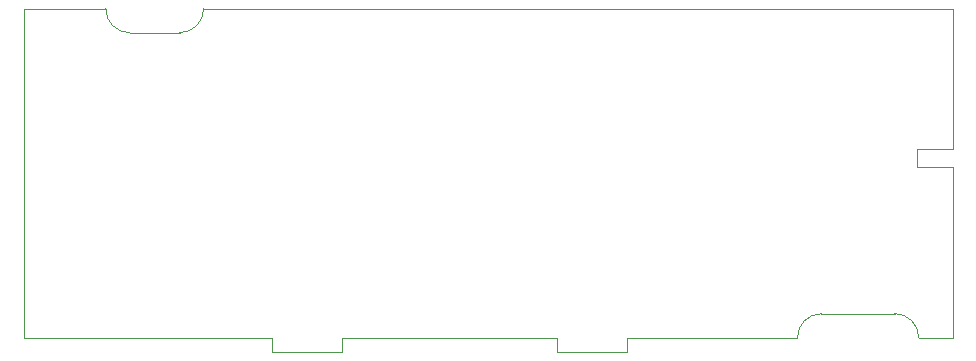
<source format=gm1>
G04 #@! TF.GenerationSoftware,KiCad,Pcbnew,(5.1.5)-3*
G04 #@! TF.CreationDate,2020-07-28T19:33:27-07:00*
G04 #@! TF.ProjectId,Main Board,4d61696e-2042-46f6-9172-642e6b696361,rev?*
G04 #@! TF.SameCoordinates,Original*
G04 #@! TF.FileFunction,Profile,NP*
%FSLAX46Y46*%
G04 Gerber Fmt 4.6, Leading zero omitted, Abs format (unit mm)*
G04 Created by KiCad (PCBNEW (5.1.5)-3) date 2020-07-28 19:33:27*
%MOMM*%
%LPD*%
G04 APERTURE LIST*
%ADD10C,0.050000*%
G04 APERTURE END LIST*
D10*
X185780000Y-83750000D02*
X185780000Y-95600000D01*
X185780000Y-97160000D02*
X185780000Y-108030000D01*
X185780000Y-108030000D02*
X185780000Y-111610000D01*
X182917382Y-111610000D02*
X183897382Y-111610000D01*
X183897382Y-111610000D02*
X185780000Y-111610000D01*
X122377382Y-83750000D02*
X185780000Y-83750000D01*
X116107382Y-85787382D02*
X120340000Y-85787382D01*
X122377382Y-83750000D02*
G75*
G02X120340000Y-85787382I-2037382J0D01*
G01*
X107120000Y-83750000D02*
X114070000Y-83750000D01*
X116107382Y-85787382D02*
G75*
G02X114070000Y-83750000I0J2037382D01*
G01*
X172638000Y-111610000D02*
X163718000Y-111610000D01*
X180880000Y-109572618D02*
G75*
G02X182917382Y-111610000I0J-2037382D01*
G01*
X174675382Y-109572618D02*
X180880000Y-109572618D01*
X172638000Y-111610000D02*
G75*
G02X174675382Y-109572618I2037382J0D01*
G01*
X158190000Y-111610000D02*
X163718000Y-111610000D01*
X128158000Y-111630000D02*
X107120000Y-111630000D01*
X158190000Y-112830000D02*
X158190000Y-111610000D01*
X128158000Y-111630000D02*
X128158000Y-112830000D01*
X134090000Y-111620000D02*
X134090000Y-112830000D01*
X152250000Y-111620000D02*
X134090000Y-111620000D01*
X152250000Y-112830000D02*
X152250000Y-111620000D01*
X128158000Y-112830000D02*
X134090000Y-112830000D01*
X152250000Y-112830000D02*
X158190000Y-112830000D01*
X107120000Y-111630000D02*
X107120000Y-111280000D01*
X107120000Y-83750000D02*
X107120000Y-111280000D01*
X182800000Y-97160000D02*
X185780000Y-97160000D01*
X182800000Y-95600000D02*
X182800000Y-97160000D01*
X185780000Y-95600000D02*
X182800000Y-95600000D01*
M02*

</source>
